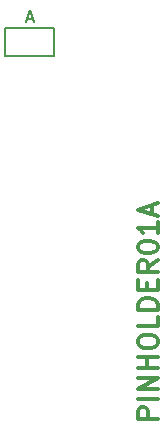
<source format=gbr>
%TF.GenerationSoftware,KiCad,Pcbnew,6.0.11+dfsg-1~bpo11+1*%
%TF.CreationDate,2023-07-05T00:34:24+00:00*%
%TF.ProjectId,PINHOLDER01,50494e48-4f4c-4444-9552-30312e6b6963,01A*%
%TF.SameCoordinates,Original*%
%TF.FileFunction,Legend,Top*%
%TF.FilePolarity,Positive*%
%FSLAX46Y46*%
G04 Gerber Fmt 4.6, Leading zero omitted, Abs format (unit mm)*
G04 Created by KiCad (PCBNEW 6.0.11+dfsg-1~bpo11+1) date 2023-07-05 00:34:24*
%MOMM*%
%LPD*%
G01*
G04 APERTURE LIST*
%ADD10C,0.300000*%
%ADD11C,0.150000*%
G04 APERTURE END LIST*
D10*
X18673868Y-37745044D02*
X16973868Y-37745044D01*
X16973868Y-37097425D01*
X17054821Y-36935520D01*
X17135773Y-36854568D01*
X17297678Y-36773615D01*
X17540535Y-36773615D01*
X17702440Y-36854568D01*
X17783392Y-36935520D01*
X17864344Y-37097425D01*
X17864344Y-37745044D01*
X18673868Y-36045044D02*
X16973868Y-36045044D01*
X18673868Y-35235520D02*
X16973868Y-35235520D01*
X18673868Y-34264092D01*
X16973868Y-34264092D01*
X18673868Y-33454568D02*
X16973868Y-33454568D01*
X17783392Y-33454568D02*
X17783392Y-32483139D01*
X18673868Y-32483139D02*
X16973868Y-32483139D01*
X16973868Y-31349806D02*
X16973868Y-31025996D01*
X17054821Y-30864092D01*
X17216725Y-30702187D01*
X17540535Y-30621234D01*
X18107201Y-30621234D01*
X18431011Y-30702187D01*
X18592916Y-30864092D01*
X18673868Y-31025996D01*
X18673868Y-31349806D01*
X18592916Y-31511711D01*
X18431011Y-31673615D01*
X18107201Y-31754568D01*
X17540535Y-31754568D01*
X17216725Y-31673615D01*
X17054821Y-31511711D01*
X16973868Y-31349806D01*
X18673868Y-29083139D02*
X18673868Y-29892663D01*
X16973868Y-29892663D01*
X18673868Y-28516473D02*
X16973868Y-28516473D01*
X16973868Y-28111711D01*
X17054821Y-27868854D01*
X17216725Y-27706949D01*
X17378630Y-27625996D01*
X17702440Y-27545044D01*
X17945297Y-27545044D01*
X18269106Y-27625996D01*
X18431011Y-27706949D01*
X18592916Y-27868854D01*
X18673868Y-28111711D01*
X18673868Y-28516473D01*
X17783392Y-26816473D02*
X17783392Y-26249806D01*
X18673868Y-26006949D02*
X18673868Y-26816473D01*
X16973868Y-26816473D01*
X16973868Y-26006949D01*
X18673868Y-24306949D02*
X17864344Y-24873615D01*
X18673868Y-25278377D02*
X16973868Y-25278377D01*
X16973868Y-24630758D01*
X17054821Y-24468854D01*
X17135773Y-24387901D01*
X17297678Y-24306949D01*
X17540535Y-24306949D01*
X17702440Y-24387901D01*
X17783392Y-24468854D01*
X17864344Y-24630758D01*
X17864344Y-25278377D01*
X16973868Y-23254568D02*
X16973868Y-23092663D01*
X17054821Y-22930758D01*
X17135773Y-22849806D01*
X17297678Y-22768854D01*
X17621487Y-22687901D01*
X18026249Y-22687901D01*
X18350059Y-22768854D01*
X18511963Y-22849806D01*
X18592916Y-22930758D01*
X18673868Y-23092663D01*
X18673868Y-23254568D01*
X18592916Y-23416473D01*
X18511963Y-23497425D01*
X18350059Y-23578377D01*
X18026249Y-23659330D01*
X17621487Y-23659330D01*
X17297678Y-23578377D01*
X17135773Y-23497425D01*
X17054821Y-23416473D01*
X16973868Y-23254568D01*
X18673868Y-21068854D02*
X18673868Y-22040282D01*
X18673868Y-21554568D02*
X16973868Y-21554568D01*
X17216725Y-21716473D01*
X17378630Y-21878377D01*
X17459582Y-22040282D01*
X18188154Y-20421234D02*
X18188154Y-19611711D01*
X18673868Y-20583139D02*
X16973868Y-20016473D01*
X18673868Y-19449806D01*
D11*
X7636725Y-3875520D02*
X8112916Y-3875520D01*
X7541487Y-4161234D02*
X7874821Y-3161234D01*
X8208154Y-4161234D01*
%TO.C,TP2*%
X9924821Y-7008854D02*
X5724821Y-7008854D01*
X9924821Y-4608854D02*
X9924821Y-7008854D01*
X5724821Y-7008854D02*
X5724821Y-4608854D01*
X5724821Y-4608854D02*
X9924821Y-4608854D01*
%TD*%
M02*

</source>
